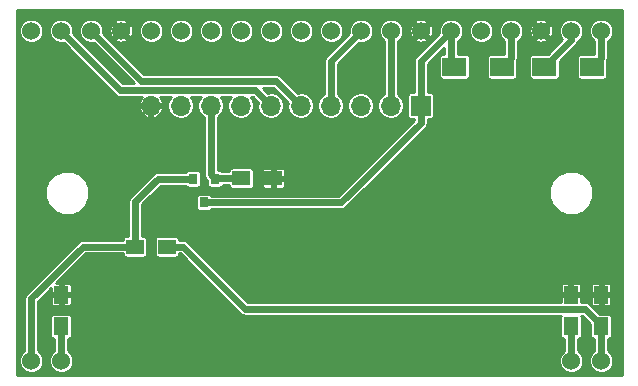
<source format=gbr>
G04 #@! TF.FileFunction,Copper,L1,Top,Signal*
%FSLAX46Y46*%
G04 Gerber Fmt 4.6, Leading zero omitted, Abs format (unit mm)*
G04 Created by KiCad (PCBNEW 4.0.7) date 01/27/18 17:50:34*
%MOMM*%
%LPD*%
G01*
G04 APERTURE LIST*
%ADD10C,0.076200*%
%ADD11R,2.000000X1.600000*%
%ADD12C,1.524000*%
%ADD13R,0.800000X0.900000*%
%ADD14R,1.300000X1.500000*%
%ADD15R,1.500000X1.300000*%
%ADD16R,1.700000X1.700000*%
%ADD17O,1.700000X1.700000*%
%ADD18C,0.609600*%
%ADD19C,0.304800*%
%ADD20C,0.254000*%
G04 APERTURE END LIST*
D10*
D11*
X197326000Y-75184000D03*
X193326000Y-75184000D03*
X185706000Y-75184000D03*
X189706000Y-75184000D03*
D12*
X149860000Y-100076000D03*
X152400000Y-100076000D03*
X195580000Y-100076000D03*
X198120000Y-100076000D03*
X198120000Y-72136000D03*
X195580000Y-72136000D03*
X193040000Y-72136000D03*
X190500000Y-72136000D03*
X187960000Y-72136000D03*
X185420000Y-72136000D03*
X182880000Y-72136000D03*
X180340000Y-72136000D03*
X177800000Y-72136000D03*
X175260000Y-72136000D03*
X172720000Y-72136000D03*
X170180000Y-72136000D03*
X167640000Y-72136000D03*
X165100000Y-72136000D03*
X162560000Y-72136000D03*
X160020000Y-72136000D03*
X157480000Y-72136000D03*
X154940000Y-72136000D03*
X152400000Y-72136000D03*
X149860000Y-72136000D03*
D13*
X165453100Y-84664800D03*
X163553100Y-84664800D03*
X164503100Y-86664800D03*
D14*
X198120000Y-94458800D03*
X198120000Y-97158800D03*
X195567300Y-94458800D03*
X195567300Y-97158800D03*
X152412700Y-94458800D03*
X152412700Y-97158800D03*
D15*
X161370000Y-90398600D03*
X158670000Y-90398600D03*
X170361600Y-84620100D03*
X167661600Y-84620100D03*
D16*
X182854600Y-78460600D03*
D17*
X180314600Y-78460600D03*
X177774600Y-78460600D03*
X175234600Y-78460600D03*
X172694600Y-78460600D03*
X170154600Y-78460600D03*
X167614600Y-78460600D03*
X165074600Y-78460600D03*
X162534600Y-78460600D03*
X159994600Y-78460600D03*
D18*
X198120000Y-72136000D02*
X198120000Y-74390000D01*
X198120000Y-74390000D02*
X197326000Y-75184000D01*
X195580000Y-72136000D02*
X195580000Y-72930000D01*
X195580000Y-72930000D02*
X193326000Y-75184000D01*
X164503100Y-86664800D02*
X176110000Y-86664800D01*
X176110000Y-86664800D02*
X182854600Y-79920200D01*
X182854600Y-79920200D02*
X182854600Y-78460600D01*
X185420000Y-72136000D02*
X182854600Y-74701400D01*
X182854600Y-74701400D02*
X182854600Y-78460600D01*
X185420000Y-72136000D02*
X185420000Y-74898000D01*
X185420000Y-74898000D02*
X185706000Y-75184000D01*
X190500000Y-72136000D02*
X190500000Y-74390000D01*
X190500000Y-74390000D02*
X189706000Y-75184000D01*
X180340000Y-72136000D02*
X180340000Y-78435200D01*
X180340000Y-78435200D02*
X180314600Y-78460600D01*
X177800000Y-72136000D02*
X175260000Y-74676000D01*
X175260000Y-74676000D02*
X175260000Y-78486000D01*
X170154600Y-78460600D02*
X168847399Y-77153399D01*
X168847399Y-77153399D02*
X157417399Y-77153399D01*
X157417399Y-77153399D02*
X153161999Y-72897999D01*
X153161999Y-72897999D02*
X152400000Y-72136000D01*
X172694600Y-78460600D02*
X170611800Y-76377800D01*
X170611800Y-76377800D02*
X159181800Y-76377800D01*
X159181800Y-76377800D02*
X155701999Y-72897999D01*
X155701999Y-72897999D02*
X154940000Y-72136000D01*
X160584900Y-84664800D02*
X163553100Y-84664800D01*
X158673800Y-86575900D02*
X160584900Y-84664800D01*
X158673800Y-89135200D02*
X158673800Y-86575900D01*
X158670000Y-90398600D02*
X158670000Y-89139000D01*
X158670000Y-89139000D02*
X158673800Y-89135200D01*
X149860000Y-100076000D02*
X149860000Y-94788538D01*
X149860000Y-94788538D02*
X154249938Y-90398600D01*
X154249938Y-90398600D02*
X157310400Y-90398600D01*
X157310400Y-90398600D02*
X158670000Y-90398600D01*
X198120000Y-97158800D02*
X198120000Y-97058800D01*
X198120000Y-97058800D02*
X196727201Y-95666001D01*
X196727201Y-95666001D02*
X167997001Y-95666001D01*
X167997001Y-95666001D02*
X162729600Y-90398600D01*
X162729600Y-90398600D02*
X161370000Y-90398600D01*
X198120000Y-97158800D02*
X198120000Y-100076000D01*
X161243000Y-90525600D02*
X161370000Y-90398600D01*
X195567300Y-97158800D02*
X195567300Y-100063300D01*
X195567300Y-100063300D02*
X195580000Y-100076000D01*
X152400000Y-100076000D02*
X152400000Y-97171500D01*
X152400000Y-97171500D02*
X152412700Y-97158800D01*
X167661600Y-84620100D02*
X165497800Y-84620100D01*
X165074600Y-78460600D02*
X165074600Y-84286300D01*
X165074600Y-84286300D02*
X165453100Y-84664800D01*
D19*
X167661600Y-84620100D02*
X168244206Y-84620100D01*
D18*
X165497800Y-84620100D02*
X165453100Y-84664800D01*
D20*
G36*
X199848400Y-101296400D02*
X148639600Y-101296400D01*
X148639600Y-100282238D01*
X148818420Y-100282238D01*
X148976629Y-100665135D01*
X149269324Y-100958341D01*
X149651944Y-101117219D01*
X150066238Y-101117580D01*
X150449135Y-100959371D01*
X150742341Y-100666676D01*
X150901219Y-100284056D01*
X150901220Y-100282238D01*
X151358420Y-100282238D01*
X151516629Y-100665135D01*
X151809324Y-100958341D01*
X152191944Y-101117219D01*
X152606238Y-101117580D01*
X152989135Y-100959371D01*
X153282341Y-100666676D01*
X153441219Y-100284056D01*
X153441580Y-99869762D01*
X153283371Y-99486865D01*
X152990676Y-99193659D01*
X152984200Y-99190970D01*
X152984200Y-98193673D01*
X153062700Y-98193673D01*
X153166239Y-98174191D01*
X153261334Y-98112999D01*
X153325129Y-98019632D01*
X153347573Y-97908800D01*
X153347573Y-96408800D01*
X153328091Y-96305261D01*
X153266899Y-96210166D01*
X153173532Y-96146371D01*
X153062700Y-96123927D01*
X151762700Y-96123927D01*
X151659161Y-96143409D01*
X151564066Y-96204601D01*
X151500271Y-96297968D01*
X151477827Y-96408800D01*
X151477827Y-97908800D01*
X151497309Y-98012339D01*
X151558501Y-98107434D01*
X151651868Y-98171229D01*
X151762700Y-98193673D01*
X151815800Y-98193673D01*
X151815800Y-99190590D01*
X151810865Y-99192629D01*
X151517659Y-99485324D01*
X151358781Y-99867944D01*
X151358420Y-100282238D01*
X150901220Y-100282238D01*
X150901580Y-99869762D01*
X150743371Y-99486865D01*
X150450676Y-99193659D01*
X150444200Y-99190970D01*
X150444200Y-95030522D01*
X150831772Y-94642950D01*
X151534100Y-94642950D01*
X151534100Y-95254271D01*
X151568902Y-95338291D01*
X151633208Y-95402597D01*
X151717228Y-95437400D01*
X152228550Y-95437400D01*
X152285700Y-95380250D01*
X152285700Y-94585800D01*
X152539700Y-94585800D01*
X152539700Y-95380250D01*
X152596850Y-95437400D01*
X153108172Y-95437400D01*
X153192192Y-95402597D01*
X153256498Y-95338291D01*
X153291300Y-95254271D01*
X153291300Y-94642950D01*
X153234150Y-94585800D01*
X152539700Y-94585800D01*
X152285700Y-94585800D01*
X151591250Y-94585800D01*
X151534100Y-94642950D01*
X150831772Y-94642950D01*
X151534100Y-93940622D01*
X151534100Y-94274650D01*
X151591250Y-94331800D01*
X152285700Y-94331800D01*
X152285700Y-93537350D01*
X152539700Y-93537350D01*
X152539700Y-94331800D01*
X153234150Y-94331800D01*
X153291300Y-94274650D01*
X153291300Y-93663329D01*
X153256498Y-93579309D01*
X153192192Y-93515003D01*
X153108172Y-93480200D01*
X152596850Y-93480200D01*
X152539700Y-93537350D01*
X152285700Y-93537350D01*
X152228550Y-93480200D01*
X151994522Y-93480200D01*
X154491922Y-90982800D01*
X157635127Y-90982800D01*
X157635127Y-91048600D01*
X157654609Y-91152139D01*
X157715801Y-91247234D01*
X157809168Y-91311029D01*
X157920000Y-91333473D01*
X159420000Y-91333473D01*
X159523539Y-91313991D01*
X159618634Y-91252799D01*
X159682429Y-91159432D01*
X159704873Y-91048600D01*
X159704873Y-89748600D01*
X160335127Y-89748600D01*
X160335127Y-91048600D01*
X160354609Y-91152139D01*
X160415801Y-91247234D01*
X160509168Y-91311029D01*
X160620000Y-91333473D01*
X162120000Y-91333473D01*
X162223539Y-91313991D01*
X162318634Y-91252799D01*
X162382429Y-91159432D01*
X162404873Y-91048600D01*
X162404873Y-90982800D01*
X162487616Y-90982800D01*
X167583909Y-96079093D01*
X167773437Y-96205731D01*
X167997001Y-96250201D01*
X194687509Y-96250201D01*
X194654871Y-96297968D01*
X194632427Y-96408800D01*
X194632427Y-97908800D01*
X194651909Y-98012339D01*
X194713101Y-98107434D01*
X194806468Y-98171229D01*
X194917300Y-98193673D01*
X194983100Y-98193673D01*
X194983100Y-99200380D01*
X194697659Y-99485324D01*
X194538781Y-99867944D01*
X194538420Y-100282238D01*
X194696629Y-100665135D01*
X194989324Y-100958341D01*
X195371944Y-101117219D01*
X195786238Y-101117580D01*
X196169135Y-100959371D01*
X196462341Y-100666676D01*
X196621219Y-100284056D01*
X196621580Y-99869762D01*
X196463371Y-99486865D01*
X196170676Y-99193659D01*
X196151500Y-99185696D01*
X196151500Y-98193673D01*
X196217300Y-98193673D01*
X196320839Y-98174191D01*
X196415934Y-98112999D01*
X196479729Y-98019632D01*
X196502173Y-97908800D01*
X196502173Y-96408800D01*
X196482691Y-96305261D01*
X196447261Y-96250201D01*
X196485217Y-96250201D01*
X197185127Y-96950111D01*
X197185127Y-97908800D01*
X197204609Y-98012339D01*
X197265801Y-98107434D01*
X197359168Y-98171229D01*
X197470000Y-98193673D01*
X197535800Y-98193673D01*
X197535800Y-99190590D01*
X197530865Y-99192629D01*
X197237659Y-99485324D01*
X197078781Y-99867944D01*
X197078420Y-100282238D01*
X197236629Y-100665135D01*
X197529324Y-100958341D01*
X197911944Y-101117219D01*
X198326238Y-101117580D01*
X198709135Y-100959371D01*
X199002341Y-100666676D01*
X199161219Y-100284056D01*
X199161580Y-99869762D01*
X199003371Y-99486865D01*
X198710676Y-99193659D01*
X198704200Y-99190970D01*
X198704200Y-98193673D01*
X198770000Y-98193673D01*
X198873539Y-98174191D01*
X198968634Y-98112999D01*
X199032429Y-98019632D01*
X199054873Y-97908800D01*
X199054873Y-96408800D01*
X199035391Y-96305261D01*
X198974199Y-96210166D01*
X198880832Y-96146371D01*
X198770000Y-96123927D01*
X198011311Y-96123927D01*
X197140293Y-95252909D01*
X197063548Y-95201630D01*
X196950765Y-95126271D01*
X196727201Y-95081801D01*
X196445900Y-95081801D01*
X196445900Y-94642950D01*
X197241400Y-94642950D01*
X197241400Y-95254271D01*
X197276202Y-95338291D01*
X197340508Y-95402597D01*
X197424528Y-95437400D01*
X197935850Y-95437400D01*
X197993000Y-95380250D01*
X197993000Y-94585800D01*
X198247000Y-94585800D01*
X198247000Y-95380250D01*
X198304150Y-95437400D01*
X198815472Y-95437400D01*
X198899492Y-95402597D01*
X198963798Y-95338291D01*
X198998600Y-95254271D01*
X198998600Y-94642950D01*
X198941450Y-94585800D01*
X198247000Y-94585800D01*
X197993000Y-94585800D01*
X197298550Y-94585800D01*
X197241400Y-94642950D01*
X196445900Y-94642950D01*
X196388750Y-94585800D01*
X195694300Y-94585800D01*
X195694300Y-94605800D01*
X195440300Y-94605800D01*
X195440300Y-94585800D01*
X194745850Y-94585800D01*
X194688700Y-94642950D01*
X194688700Y-95081801D01*
X168238985Y-95081801D01*
X166820513Y-93663329D01*
X194688700Y-93663329D01*
X194688700Y-94274650D01*
X194745850Y-94331800D01*
X195440300Y-94331800D01*
X195440300Y-93537350D01*
X195694300Y-93537350D01*
X195694300Y-94331800D01*
X196388750Y-94331800D01*
X196445900Y-94274650D01*
X196445900Y-93663329D01*
X197241400Y-93663329D01*
X197241400Y-94274650D01*
X197298550Y-94331800D01*
X197993000Y-94331800D01*
X197993000Y-93537350D01*
X198247000Y-93537350D01*
X198247000Y-94331800D01*
X198941450Y-94331800D01*
X198998600Y-94274650D01*
X198998600Y-93663329D01*
X198963798Y-93579309D01*
X198899492Y-93515003D01*
X198815472Y-93480200D01*
X198304150Y-93480200D01*
X198247000Y-93537350D01*
X197993000Y-93537350D01*
X197935850Y-93480200D01*
X197424528Y-93480200D01*
X197340508Y-93515003D01*
X197276202Y-93579309D01*
X197241400Y-93663329D01*
X196445900Y-93663329D01*
X196411098Y-93579309D01*
X196346792Y-93515003D01*
X196262772Y-93480200D01*
X195751450Y-93480200D01*
X195694300Y-93537350D01*
X195440300Y-93537350D01*
X195383150Y-93480200D01*
X194871828Y-93480200D01*
X194787808Y-93515003D01*
X194723502Y-93579309D01*
X194688700Y-93663329D01*
X166820513Y-93663329D01*
X163142692Y-89985508D01*
X162953164Y-89858870D01*
X162729600Y-89814400D01*
X162404873Y-89814400D01*
X162404873Y-89748600D01*
X162385391Y-89645061D01*
X162324199Y-89549966D01*
X162230832Y-89486171D01*
X162120000Y-89463727D01*
X160620000Y-89463727D01*
X160516461Y-89483209D01*
X160421366Y-89544401D01*
X160357571Y-89637768D01*
X160335127Y-89748600D01*
X159704873Y-89748600D01*
X159685391Y-89645061D01*
X159624199Y-89549966D01*
X159530832Y-89486171D01*
X159420000Y-89463727D01*
X159254200Y-89463727D01*
X159254200Y-89154304D01*
X159258000Y-89135200D01*
X159258000Y-86817884D01*
X159861083Y-86214800D01*
X163818227Y-86214800D01*
X163818227Y-87114800D01*
X163837709Y-87218339D01*
X163898901Y-87313434D01*
X163992268Y-87377229D01*
X164103100Y-87399673D01*
X164903100Y-87399673D01*
X165006639Y-87380191D01*
X165101734Y-87318999D01*
X165149562Y-87249000D01*
X176110000Y-87249000D01*
X176333564Y-87204530D01*
X176523092Y-87077892D01*
X177376788Y-86224196D01*
X193700274Y-86224196D01*
X193985793Y-86915204D01*
X194514015Y-87444349D01*
X195204524Y-87731073D01*
X195952196Y-87731726D01*
X196643204Y-87446207D01*
X197172349Y-86917985D01*
X197459073Y-86227476D01*
X197459726Y-85479804D01*
X197174207Y-84788796D01*
X196645985Y-84259651D01*
X195955476Y-83972927D01*
X195207804Y-83972274D01*
X194516796Y-84257793D01*
X193987651Y-84786015D01*
X193700927Y-85476524D01*
X193700274Y-86224196D01*
X177376788Y-86224196D01*
X183267692Y-80333292D01*
X183394331Y-80143763D01*
X183438800Y-79920200D01*
X183438800Y-79595473D01*
X183704600Y-79595473D01*
X183808139Y-79575991D01*
X183903234Y-79514799D01*
X183967029Y-79421432D01*
X183989473Y-79310600D01*
X183989473Y-77610600D01*
X183969991Y-77507061D01*
X183908799Y-77411966D01*
X183815432Y-77348171D01*
X183704600Y-77325727D01*
X183438800Y-77325727D01*
X183438800Y-74943384D01*
X184835800Y-73546383D01*
X184835800Y-74099127D01*
X184706000Y-74099127D01*
X184602461Y-74118609D01*
X184507366Y-74179801D01*
X184443571Y-74273168D01*
X184421127Y-74384000D01*
X184421127Y-75984000D01*
X184440609Y-76087539D01*
X184501801Y-76182634D01*
X184595168Y-76246429D01*
X184706000Y-76268873D01*
X186706000Y-76268873D01*
X186809539Y-76249391D01*
X186904634Y-76188199D01*
X186968429Y-76094832D01*
X186990873Y-75984000D01*
X186990873Y-74384000D01*
X188421127Y-74384000D01*
X188421127Y-75984000D01*
X188440609Y-76087539D01*
X188501801Y-76182634D01*
X188595168Y-76246429D01*
X188706000Y-76268873D01*
X190706000Y-76268873D01*
X190809539Y-76249391D01*
X190904634Y-76188199D01*
X190968429Y-76094832D01*
X190990873Y-75984000D01*
X190990873Y-74686684D01*
X191039730Y-74613564D01*
X191039731Y-74613563D01*
X191084201Y-74390000D01*
X191084200Y-74389995D01*
X191084200Y-74384000D01*
X192041127Y-74384000D01*
X192041127Y-75984000D01*
X192060609Y-76087539D01*
X192121801Y-76182634D01*
X192215168Y-76246429D01*
X192326000Y-76268873D01*
X194326000Y-76268873D01*
X194429539Y-76249391D01*
X194524634Y-76188199D01*
X194588429Y-76094832D01*
X194610873Y-75984000D01*
X194610873Y-74725311D01*
X194952184Y-74384000D01*
X196041127Y-74384000D01*
X196041127Y-75984000D01*
X196060609Y-76087539D01*
X196121801Y-76182634D01*
X196215168Y-76246429D01*
X196326000Y-76268873D01*
X198326000Y-76268873D01*
X198429539Y-76249391D01*
X198524634Y-76188199D01*
X198588429Y-76094832D01*
X198610873Y-75984000D01*
X198610873Y-74686684D01*
X198659730Y-74613564D01*
X198659731Y-74613563D01*
X198704201Y-74390000D01*
X198704200Y-74389995D01*
X198704200Y-73021410D01*
X198709135Y-73019371D01*
X199002341Y-72726676D01*
X199161219Y-72344056D01*
X199161580Y-71929762D01*
X199003371Y-71546865D01*
X198710676Y-71253659D01*
X198328056Y-71094781D01*
X197913762Y-71094420D01*
X197530865Y-71252629D01*
X197237659Y-71545324D01*
X197078781Y-71927944D01*
X197078420Y-72342238D01*
X197236629Y-72725135D01*
X197529324Y-73018341D01*
X197535800Y-73021030D01*
X197535800Y-74099127D01*
X196326000Y-74099127D01*
X196222461Y-74118609D01*
X196127366Y-74179801D01*
X196063571Y-74273168D01*
X196041127Y-74384000D01*
X194952184Y-74384000D01*
X195993092Y-73343092D01*
X196103924Y-73177219D01*
X196119730Y-73153564D01*
X196144389Y-73029596D01*
X196169135Y-73019371D01*
X196462341Y-72726676D01*
X196621219Y-72344056D01*
X196621580Y-71929762D01*
X196463371Y-71546865D01*
X196170676Y-71253659D01*
X195788056Y-71094781D01*
X195373762Y-71094420D01*
X194990865Y-71252629D01*
X194697659Y-71545324D01*
X194538781Y-71927944D01*
X194538420Y-72342238D01*
X194696629Y-72725135D01*
X194827541Y-72856275D01*
X193584689Y-74099127D01*
X192326000Y-74099127D01*
X192222461Y-74118609D01*
X192127366Y-74179801D01*
X192063571Y-74273168D01*
X192041127Y-74384000D01*
X191084200Y-74384000D01*
X191084200Y-73021410D01*
X191089135Y-73019371D01*
X191215162Y-72893563D01*
X192462042Y-72893563D01*
X192553789Y-73021276D01*
X192929580Y-73139954D01*
X193322182Y-73105788D01*
X193526211Y-73021276D01*
X193617958Y-72893563D01*
X193040000Y-72315605D01*
X192462042Y-72893563D01*
X191215162Y-72893563D01*
X191382341Y-72726676D01*
X191541219Y-72344056D01*
X191541496Y-72025580D01*
X192036046Y-72025580D01*
X192070212Y-72418182D01*
X192154724Y-72622211D01*
X192282437Y-72713958D01*
X192860395Y-72136000D01*
X193219605Y-72136000D01*
X193797563Y-72713958D01*
X193925276Y-72622211D01*
X194043954Y-72246420D01*
X194009788Y-71853818D01*
X193925276Y-71649789D01*
X193797563Y-71558042D01*
X193219605Y-72136000D01*
X192860395Y-72136000D01*
X192282437Y-71558042D01*
X192154724Y-71649789D01*
X192036046Y-72025580D01*
X191541496Y-72025580D01*
X191541580Y-71929762D01*
X191383371Y-71546865D01*
X191215237Y-71378437D01*
X192462042Y-71378437D01*
X193040000Y-71956395D01*
X193617958Y-71378437D01*
X193526211Y-71250724D01*
X193150420Y-71132046D01*
X192757818Y-71166212D01*
X192553789Y-71250724D01*
X192462042Y-71378437D01*
X191215237Y-71378437D01*
X191090676Y-71253659D01*
X190708056Y-71094781D01*
X190293762Y-71094420D01*
X189910865Y-71252629D01*
X189617659Y-71545324D01*
X189458781Y-71927944D01*
X189458420Y-72342238D01*
X189616629Y-72725135D01*
X189909324Y-73018341D01*
X189915800Y-73021030D01*
X189915800Y-74099127D01*
X188706000Y-74099127D01*
X188602461Y-74118609D01*
X188507366Y-74179801D01*
X188443571Y-74273168D01*
X188421127Y-74384000D01*
X186990873Y-74384000D01*
X186971391Y-74280461D01*
X186910199Y-74185366D01*
X186816832Y-74121571D01*
X186706000Y-74099127D01*
X186004200Y-74099127D01*
X186004200Y-73021410D01*
X186009135Y-73019371D01*
X186302341Y-72726676D01*
X186461219Y-72344056D01*
X186461220Y-72342238D01*
X186918420Y-72342238D01*
X187076629Y-72725135D01*
X187369324Y-73018341D01*
X187751944Y-73177219D01*
X188166238Y-73177580D01*
X188549135Y-73019371D01*
X188842341Y-72726676D01*
X189001219Y-72344056D01*
X189001580Y-71929762D01*
X188843371Y-71546865D01*
X188550676Y-71253659D01*
X188168056Y-71094781D01*
X187753762Y-71094420D01*
X187370865Y-71252629D01*
X187077659Y-71545324D01*
X186918781Y-71927944D01*
X186918420Y-72342238D01*
X186461220Y-72342238D01*
X186461580Y-71929762D01*
X186303371Y-71546865D01*
X186010676Y-71253659D01*
X185628056Y-71094781D01*
X185213762Y-71094420D01*
X184830865Y-71252629D01*
X184537659Y-71545324D01*
X184378781Y-71927944D01*
X184378420Y-72342238D01*
X184381098Y-72348719D01*
X182441508Y-74288308D01*
X182314870Y-74477836D01*
X182270400Y-74701400D01*
X182270400Y-77325727D01*
X182004600Y-77325727D01*
X181901061Y-77345209D01*
X181805966Y-77406401D01*
X181742171Y-77499768D01*
X181719727Y-77610600D01*
X181719727Y-79310600D01*
X181739209Y-79414139D01*
X181800401Y-79509234D01*
X181893768Y-79573029D01*
X182004600Y-79595473D01*
X182270400Y-79595473D01*
X182270400Y-79678216D01*
X175868016Y-86080600D01*
X165148761Y-86080600D01*
X165107299Y-86016166D01*
X165013932Y-85952371D01*
X164903100Y-85929927D01*
X164103100Y-85929927D01*
X163999561Y-85949409D01*
X163904466Y-86010601D01*
X163840671Y-86103968D01*
X163818227Y-86214800D01*
X159861083Y-86214800D01*
X160826883Y-85249000D01*
X162907439Y-85249000D01*
X162948901Y-85313434D01*
X163042268Y-85377229D01*
X163153100Y-85399673D01*
X163953100Y-85399673D01*
X164056639Y-85380191D01*
X164151734Y-85318999D01*
X164215529Y-85225632D01*
X164237973Y-85114800D01*
X164237973Y-84214800D01*
X164218491Y-84111261D01*
X164157299Y-84016166D01*
X164063932Y-83952371D01*
X163953100Y-83929927D01*
X163153100Y-83929927D01*
X163049561Y-83949409D01*
X162954466Y-84010601D01*
X162906638Y-84080600D01*
X160584905Y-84080600D01*
X160584900Y-84080599D01*
X160361337Y-84125069D01*
X160361335Y-84125070D01*
X160361336Y-84125070D01*
X160171808Y-84251708D01*
X160171806Y-84251711D01*
X158260708Y-86162808D01*
X158134070Y-86352336D01*
X158089600Y-86575900D01*
X158089600Y-89119896D01*
X158085800Y-89139000D01*
X158085800Y-89463727D01*
X157920000Y-89463727D01*
X157816461Y-89483209D01*
X157721366Y-89544401D01*
X157657571Y-89637768D01*
X157635127Y-89748600D01*
X157635127Y-89814400D01*
X154249938Y-89814400D01*
X154026374Y-89858870D01*
X153836846Y-89985508D01*
X149446908Y-94375446D01*
X149320270Y-94564974D01*
X149275800Y-94788538D01*
X149275800Y-99190590D01*
X149270865Y-99192629D01*
X148977659Y-99485324D01*
X148818781Y-99867944D01*
X148818420Y-100282238D01*
X148639600Y-100282238D01*
X148639600Y-86224196D01*
X151028274Y-86224196D01*
X151313793Y-86915204D01*
X151842015Y-87444349D01*
X152532524Y-87731073D01*
X153280196Y-87731726D01*
X153971204Y-87446207D01*
X154500349Y-86917985D01*
X154787073Y-86227476D01*
X154787726Y-85479804D01*
X154502207Y-84788796D01*
X153973985Y-84259651D01*
X153283476Y-83972927D01*
X152535804Y-83972274D01*
X151844796Y-84257793D01*
X151315651Y-84786015D01*
X151028927Y-85476524D01*
X151028274Y-86224196D01*
X148639600Y-86224196D01*
X148639600Y-78753595D01*
X158956544Y-78753595D01*
X159147686Y-79128539D01*
X159467763Y-79401795D01*
X159701607Y-79498643D01*
X159867600Y-79474124D01*
X159867600Y-78587600D01*
X160121600Y-78587600D01*
X160121600Y-79474124D01*
X160287593Y-79498643D01*
X160521437Y-79401795D01*
X160841514Y-79128539D01*
X161032656Y-78753595D01*
X161008560Y-78587600D01*
X160121600Y-78587600D01*
X159867600Y-78587600D01*
X158980640Y-78587600D01*
X158956544Y-78753595D01*
X148639600Y-78753595D01*
X148639600Y-72342238D01*
X148818420Y-72342238D01*
X148976629Y-72725135D01*
X149269324Y-73018341D01*
X149651944Y-73177219D01*
X150066238Y-73177580D01*
X150449135Y-73019371D01*
X150742341Y-72726676D01*
X150901219Y-72344056D01*
X150901220Y-72342238D01*
X151358420Y-72342238D01*
X151516629Y-72725135D01*
X151809324Y-73018341D01*
X152191944Y-73177219D01*
X152606238Y-73177580D01*
X152612718Y-73174902D01*
X157004307Y-77566491D01*
X157193835Y-77693129D01*
X157417399Y-77737599D01*
X159212183Y-77737599D01*
X159147686Y-77792661D01*
X158956544Y-78167605D01*
X158980640Y-78333600D01*
X159867600Y-78333600D01*
X159867600Y-78313600D01*
X160121600Y-78313600D01*
X160121600Y-78333600D01*
X161008560Y-78333600D01*
X161032656Y-78167605D01*
X160841514Y-77792661D01*
X160777017Y-77737599D01*
X161670692Y-77737599D01*
X161491170Y-78006271D01*
X161405200Y-78438474D01*
X161405200Y-78482726D01*
X161491170Y-78914929D01*
X161735994Y-79281332D01*
X162102397Y-79526156D01*
X162534600Y-79612126D01*
X162966803Y-79526156D01*
X163333206Y-79281332D01*
X163578030Y-78914929D01*
X163664000Y-78482726D01*
X163664000Y-78438474D01*
X163578030Y-78006271D01*
X163398508Y-77737599D01*
X164210692Y-77737599D01*
X164031170Y-78006271D01*
X163945200Y-78438474D01*
X163945200Y-78482726D01*
X164031170Y-78914929D01*
X164275994Y-79281332D01*
X164490400Y-79424594D01*
X164490400Y-84286300D01*
X164534870Y-84509864D01*
X164661508Y-84699392D01*
X164768227Y-84806111D01*
X164768227Y-85114800D01*
X164787709Y-85218339D01*
X164848901Y-85313434D01*
X164942268Y-85377229D01*
X165053100Y-85399673D01*
X165853100Y-85399673D01*
X165956639Y-85380191D01*
X166051734Y-85318999D01*
X166115529Y-85225632D01*
X166119849Y-85204300D01*
X166626727Y-85204300D01*
X166626727Y-85270100D01*
X166646209Y-85373639D01*
X166707401Y-85468734D01*
X166800768Y-85532529D01*
X166911600Y-85554973D01*
X168411600Y-85554973D01*
X168515139Y-85535491D01*
X168610234Y-85474299D01*
X168674029Y-85380932D01*
X168696473Y-85270100D01*
X168696473Y-84804250D01*
X169383000Y-84804250D01*
X169383000Y-85315572D01*
X169417803Y-85399592D01*
X169482109Y-85463898D01*
X169566129Y-85498700D01*
X170177450Y-85498700D01*
X170234600Y-85441550D01*
X170234600Y-84747100D01*
X170488600Y-84747100D01*
X170488600Y-85441550D01*
X170545750Y-85498700D01*
X171157071Y-85498700D01*
X171241091Y-85463898D01*
X171305397Y-85399592D01*
X171340200Y-85315572D01*
X171340200Y-84804250D01*
X171283050Y-84747100D01*
X170488600Y-84747100D01*
X170234600Y-84747100D01*
X169440150Y-84747100D01*
X169383000Y-84804250D01*
X168696473Y-84804250D01*
X168696473Y-83970100D01*
X168687917Y-83924628D01*
X169383000Y-83924628D01*
X169383000Y-84435950D01*
X169440150Y-84493100D01*
X170234600Y-84493100D01*
X170234600Y-83798650D01*
X170488600Y-83798650D01*
X170488600Y-84493100D01*
X171283050Y-84493100D01*
X171340200Y-84435950D01*
X171340200Y-83924628D01*
X171305397Y-83840608D01*
X171241091Y-83776302D01*
X171157071Y-83741500D01*
X170545750Y-83741500D01*
X170488600Y-83798650D01*
X170234600Y-83798650D01*
X170177450Y-83741500D01*
X169566129Y-83741500D01*
X169482109Y-83776302D01*
X169417803Y-83840608D01*
X169383000Y-83924628D01*
X168687917Y-83924628D01*
X168676991Y-83866561D01*
X168615799Y-83771466D01*
X168522432Y-83707671D01*
X168411600Y-83685227D01*
X166911600Y-83685227D01*
X166808061Y-83704709D01*
X166712966Y-83765901D01*
X166649171Y-83859268D01*
X166626727Y-83970100D01*
X166626727Y-84035900D01*
X166069997Y-84035900D01*
X166057299Y-84016166D01*
X165963932Y-83952371D01*
X165853100Y-83929927D01*
X165658800Y-83929927D01*
X165658800Y-79424594D01*
X165873206Y-79281332D01*
X166118030Y-78914929D01*
X166204000Y-78482726D01*
X166204000Y-78438474D01*
X166118030Y-78006271D01*
X165938508Y-77737599D01*
X166750692Y-77737599D01*
X166571170Y-78006271D01*
X166485200Y-78438474D01*
X166485200Y-78482726D01*
X166571170Y-78914929D01*
X166815994Y-79281332D01*
X167182397Y-79526156D01*
X167614600Y-79612126D01*
X168046803Y-79526156D01*
X168413206Y-79281332D01*
X168658030Y-78914929D01*
X168744000Y-78482726D01*
X168744000Y-78438474D01*
X168658030Y-78006271D01*
X168478508Y-77737599D01*
X168605415Y-77737599D01*
X169071836Y-78204020D01*
X169025200Y-78438474D01*
X169025200Y-78482726D01*
X169111170Y-78914929D01*
X169355994Y-79281332D01*
X169722397Y-79526156D01*
X170154600Y-79612126D01*
X170586803Y-79526156D01*
X170953206Y-79281332D01*
X171198030Y-78914929D01*
X171284000Y-78482726D01*
X171284000Y-78438474D01*
X171198030Y-78006271D01*
X170953206Y-77639868D01*
X170586803Y-77395044D01*
X170154600Y-77309074D01*
X169883235Y-77363051D01*
X169482184Y-76962000D01*
X170369816Y-76962000D01*
X171611836Y-78204020D01*
X171565200Y-78438474D01*
X171565200Y-78482726D01*
X171651170Y-78914929D01*
X171895994Y-79281332D01*
X172262397Y-79526156D01*
X172694600Y-79612126D01*
X173126803Y-79526156D01*
X173493206Y-79281332D01*
X173738030Y-78914929D01*
X173824000Y-78482726D01*
X173824000Y-78438474D01*
X174105200Y-78438474D01*
X174105200Y-78482726D01*
X174191170Y-78914929D01*
X174435994Y-79281332D01*
X174802397Y-79526156D01*
X175234600Y-79612126D01*
X175666803Y-79526156D01*
X176033206Y-79281332D01*
X176278030Y-78914929D01*
X176364000Y-78482726D01*
X176364000Y-78438474D01*
X176645200Y-78438474D01*
X176645200Y-78482726D01*
X176731170Y-78914929D01*
X176975994Y-79281332D01*
X177342397Y-79526156D01*
X177774600Y-79612126D01*
X178206803Y-79526156D01*
X178573206Y-79281332D01*
X178818030Y-78914929D01*
X178904000Y-78482726D01*
X178904000Y-78438474D01*
X179185200Y-78438474D01*
X179185200Y-78482726D01*
X179271170Y-78914929D01*
X179515994Y-79281332D01*
X179882397Y-79526156D01*
X180314600Y-79612126D01*
X180746803Y-79526156D01*
X181113206Y-79281332D01*
X181358030Y-78914929D01*
X181444000Y-78482726D01*
X181444000Y-78438474D01*
X181358030Y-78006271D01*
X181113206Y-77639868D01*
X180924200Y-77513578D01*
X180924200Y-73021410D01*
X180929135Y-73019371D01*
X181055162Y-72893563D01*
X182302042Y-72893563D01*
X182393789Y-73021276D01*
X182769580Y-73139954D01*
X183162182Y-73105788D01*
X183366211Y-73021276D01*
X183457958Y-72893563D01*
X182880000Y-72315605D01*
X182302042Y-72893563D01*
X181055162Y-72893563D01*
X181222341Y-72726676D01*
X181381219Y-72344056D01*
X181381496Y-72025580D01*
X181876046Y-72025580D01*
X181910212Y-72418182D01*
X181994724Y-72622211D01*
X182122437Y-72713958D01*
X182700395Y-72136000D01*
X183059605Y-72136000D01*
X183637563Y-72713958D01*
X183765276Y-72622211D01*
X183883954Y-72246420D01*
X183849788Y-71853818D01*
X183765276Y-71649789D01*
X183637563Y-71558042D01*
X183059605Y-72136000D01*
X182700395Y-72136000D01*
X182122437Y-71558042D01*
X181994724Y-71649789D01*
X181876046Y-72025580D01*
X181381496Y-72025580D01*
X181381580Y-71929762D01*
X181223371Y-71546865D01*
X181055237Y-71378437D01*
X182302042Y-71378437D01*
X182880000Y-71956395D01*
X183457958Y-71378437D01*
X183366211Y-71250724D01*
X182990420Y-71132046D01*
X182597818Y-71166212D01*
X182393789Y-71250724D01*
X182302042Y-71378437D01*
X181055237Y-71378437D01*
X180930676Y-71253659D01*
X180548056Y-71094781D01*
X180133762Y-71094420D01*
X179750865Y-71252629D01*
X179457659Y-71545324D01*
X179298781Y-71927944D01*
X179298420Y-72342238D01*
X179456629Y-72725135D01*
X179749324Y-73018341D01*
X179755800Y-73021030D01*
X179755800Y-77479634D01*
X179515994Y-77639868D01*
X179271170Y-78006271D01*
X179185200Y-78438474D01*
X178904000Y-78438474D01*
X178818030Y-78006271D01*
X178573206Y-77639868D01*
X178206803Y-77395044D01*
X177774600Y-77309074D01*
X177342397Y-77395044D01*
X176975994Y-77639868D01*
X176731170Y-78006271D01*
X176645200Y-78438474D01*
X176364000Y-78438474D01*
X176278030Y-78006271D01*
X176033206Y-77639868D01*
X175844200Y-77513578D01*
X175844200Y-74917984D01*
X177587012Y-73175171D01*
X177591944Y-73177219D01*
X178006238Y-73177580D01*
X178389135Y-73019371D01*
X178682341Y-72726676D01*
X178841219Y-72344056D01*
X178841580Y-71929762D01*
X178683371Y-71546865D01*
X178390676Y-71253659D01*
X178008056Y-71094781D01*
X177593762Y-71094420D01*
X177210865Y-71252629D01*
X176917659Y-71545324D01*
X176758781Y-71927944D01*
X176758420Y-72342238D01*
X176761098Y-72348719D01*
X174846908Y-74262908D01*
X174720270Y-74452436D01*
X174675800Y-74676000D01*
X174675800Y-77479634D01*
X174435994Y-77639868D01*
X174191170Y-78006271D01*
X174105200Y-78438474D01*
X173824000Y-78438474D01*
X173738030Y-78006271D01*
X173493206Y-77639868D01*
X173126803Y-77395044D01*
X172694600Y-77309074D01*
X172423235Y-77363051D01*
X171024892Y-75964708D01*
X170835364Y-75838070D01*
X170611800Y-75793600D01*
X159423784Y-75793600D01*
X156523747Y-72893563D01*
X156902042Y-72893563D01*
X156993789Y-73021276D01*
X157369580Y-73139954D01*
X157762182Y-73105788D01*
X157966211Y-73021276D01*
X158057958Y-72893563D01*
X157480000Y-72315605D01*
X156902042Y-72893563D01*
X156523747Y-72893563D01*
X155979171Y-72348987D01*
X155981219Y-72344056D01*
X155981496Y-72025580D01*
X156476046Y-72025580D01*
X156510212Y-72418182D01*
X156594724Y-72622211D01*
X156722437Y-72713958D01*
X157300395Y-72136000D01*
X157659605Y-72136000D01*
X158237563Y-72713958D01*
X158365276Y-72622211D01*
X158453693Y-72342238D01*
X158978420Y-72342238D01*
X159136629Y-72725135D01*
X159429324Y-73018341D01*
X159811944Y-73177219D01*
X160226238Y-73177580D01*
X160609135Y-73019371D01*
X160902341Y-72726676D01*
X161061219Y-72344056D01*
X161061220Y-72342238D01*
X161518420Y-72342238D01*
X161676629Y-72725135D01*
X161969324Y-73018341D01*
X162351944Y-73177219D01*
X162766238Y-73177580D01*
X163149135Y-73019371D01*
X163442341Y-72726676D01*
X163601219Y-72344056D01*
X163601220Y-72342238D01*
X164058420Y-72342238D01*
X164216629Y-72725135D01*
X164509324Y-73018341D01*
X164891944Y-73177219D01*
X165306238Y-73177580D01*
X165689135Y-73019371D01*
X165982341Y-72726676D01*
X166141219Y-72344056D01*
X166141220Y-72342238D01*
X166598420Y-72342238D01*
X166756629Y-72725135D01*
X167049324Y-73018341D01*
X167431944Y-73177219D01*
X167846238Y-73177580D01*
X168229135Y-73019371D01*
X168522341Y-72726676D01*
X168681219Y-72344056D01*
X168681220Y-72342238D01*
X169138420Y-72342238D01*
X169296629Y-72725135D01*
X169589324Y-73018341D01*
X169971944Y-73177219D01*
X170386238Y-73177580D01*
X170769135Y-73019371D01*
X171062341Y-72726676D01*
X171221219Y-72344056D01*
X171221220Y-72342238D01*
X171678420Y-72342238D01*
X171836629Y-72725135D01*
X172129324Y-73018341D01*
X172511944Y-73177219D01*
X172926238Y-73177580D01*
X173309135Y-73019371D01*
X173602341Y-72726676D01*
X173761219Y-72344056D01*
X173761220Y-72342238D01*
X174218420Y-72342238D01*
X174376629Y-72725135D01*
X174669324Y-73018341D01*
X175051944Y-73177219D01*
X175466238Y-73177580D01*
X175849135Y-73019371D01*
X176142341Y-72726676D01*
X176301219Y-72344056D01*
X176301580Y-71929762D01*
X176143371Y-71546865D01*
X175850676Y-71253659D01*
X175468056Y-71094781D01*
X175053762Y-71094420D01*
X174670865Y-71252629D01*
X174377659Y-71545324D01*
X174218781Y-71927944D01*
X174218420Y-72342238D01*
X173761220Y-72342238D01*
X173761580Y-71929762D01*
X173603371Y-71546865D01*
X173310676Y-71253659D01*
X172928056Y-71094781D01*
X172513762Y-71094420D01*
X172130865Y-71252629D01*
X171837659Y-71545324D01*
X171678781Y-71927944D01*
X171678420Y-72342238D01*
X171221220Y-72342238D01*
X171221580Y-71929762D01*
X171063371Y-71546865D01*
X170770676Y-71253659D01*
X170388056Y-71094781D01*
X169973762Y-71094420D01*
X169590865Y-71252629D01*
X169297659Y-71545324D01*
X169138781Y-71927944D01*
X169138420Y-72342238D01*
X168681220Y-72342238D01*
X168681580Y-71929762D01*
X168523371Y-71546865D01*
X168230676Y-71253659D01*
X167848056Y-71094781D01*
X167433762Y-71094420D01*
X167050865Y-71252629D01*
X166757659Y-71545324D01*
X166598781Y-71927944D01*
X166598420Y-72342238D01*
X166141220Y-72342238D01*
X166141580Y-71929762D01*
X165983371Y-71546865D01*
X165690676Y-71253659D01*
X165308056Y-71094781D01*
X164893762Y-71094420D01*
X164510865Y-71252629D01*
X164217659Y-71545324D01*
X164058781Y-71927944D01*
X164058420Y-72342238D01*
X163601220Y-72342238D01*
X163601580Y-71929762D01*
X163443371Y-71546865D01*
X163150676Y-71253659D01*
X162768056Y-71094781D01*
X162353762Y-71094420D01*
X161970865Y-71252629D01*
X161677659Y-71545324D01*
X161518781Y-71927944D01*
X161518420Y-72342238D01*
X161061220Y-72342238D01*
X161061580Y-71929762D01*
X160903371Y-71546865D01*
X160610676Y-71253659D01*
X160228056Y-71094781D01*
X159813762Y-71094420D01*
X159430865Y-71252629D01*
X159137659Y-71545324D01*
X158978781Y-71927944D01*
X158978420Y-72342238D01*
X158453693Y-72342238D01*
X158483954Y-72246420D01*
X158449788Y-71853818D01*
X158365276Y-71649789D01*
X158237563Y-71558042D01*
X157659605Y-72136000D01*
X157300395Y-72136000D01*
X156722437Y-71558042D01*
X156594724Y-71649789D01*
X156476046Y-72025580D01*
X155981496Y-72025580D01*
X155981580Y-71929762D01*
X155823371Y-71546865D01*
X155655237Y-71378437D01*
X156902042Y-71378437D01*
X157480000Y-71956395D01*
X158057958Y-71378437D01*
X157966211Y-71250724D01*
X157590420Y-71132046D01*
X157197818Y-71166212D01*
X156993789Y-71250724D01*
X156902042Y-71378437D01*
X155655237Y-71378437D01*
X155530676Y-71253659D01*
X155148056Y-71094781D01*
X154733762Y-71094420D01*
X154350865Y-71252629D01*
X154057659Y-71545324D01*
X153898781Y-71927944D01*
X153898420Y-72342238D01*
X154056629Y-72725135D01*
X154349324Y-73018341D01*
X154731944Y-73177219D01*
X155146238Y-73177580D01*
X155152718Y-73174902D01*
X158547015Y-76569199D01*
X157659383Y-76569199D01*
X153439171Y-72348987D01*
X153441219Y-72344056D01*
X153441580Y-71929762D01*
X153283371Y-71546865D01*
X152990676Y-71253659D01*
X152608056Y-71094781D01*
X152193762Y-71094420D01*
X151810865Y-71252629D01*
X151517659Y-71545324D01*
X151358781Y-71927944D01*
X151358420Y-72342238D01*
X150901220Y-72342238D01*
X150901580Y-71929762D01*
X150743371Y-71546865D01*
X150450676Y-71253659D01*
X150068056Y-71094781D01*
X149653762Y-71094420D01*
X149270865Y-71252629D01*
X148977659Y-71545324D01*
X148818781Y-71927944D01*
X148818420Y-72342238D01*
X148639600Y-72342238D01*
X148639600Y-70407600D01*
X199848400Y-70407600D01*
X199848400Y-101296400D01*
X199848400Y-101296400D01*
G37*
X199848400Y-101296400D02*
X148639600Y-101296400D01*
X148639600Y-100282238D01*
X148818420Y-100282238D01*
X148976629Y-100665135D01*
X149269324Y-100958341D01*
X149651944Y-101117219D01*
X150066238Y-101117580D01*
X150449135Y-100959371D01*
X150742341Y-100666676D01*
X150901219Y-100284056D01*
X150901220Y-100282238D01*
X151358420Y-100282238D01*
X151516629Y-100665135D01*
X151809324Y-100958341D01*
X152191944Y-101117219D01*
X152606238Y-101117580D01*
X152989135Y-100959371D01*
X153282341Y-100666676D01*
X153441219Y-100284056D01*
X153441580Y-99869762D01*
X153283371Y-99486865D01*
X152990676Y-99193659D01*
X152984200Y-99190970D01*
X152984200Y-98193673D01*
X153062700Y-98193673D01*
X153166239Y-98174191D01*
X153261334Y-98112999D01*
X153325129Y-98019632D01*
X153347573Y-97908800D01*
X153347573Y-96408800D01*
X153328091Y-96305261D01*
X153266899Y-96210166D01*
X153173532Y-96146371D01*
X153062700Y-96123927D01*
X151762700Y-96123927D01*
X151659161Y-96143409D01*
X151564066Y-96204601D01*
X151500271Y-96297968D01*
X151477827Y-96408800D01*
X151477827Y-97908800D01*
X151497309Y-98012339D01*
X151558501Y-98107434D01*
X151651868Y-98171229D01*
X151762700Y-98193673D01*
X151815800Y-98193673D01*
X151815800Y-99190590D01*
X151810865Y-99192629D01*
X151517659Y-99485324D01*
X151358781Y-99867944D01*
X151358420Y-100282238D01*
X150901220Y-100282238D01*
X150901580Y-99869762D01*
X150743371Y-99486865D01*
X150450676Y-99193659D01*
X150444200Y-99190970D01*
X150444200Y-95030522D01*
X150831772Y-94642950D01*
X151534100Y-94642950D01*
X151534100Y-95254271D01*
X151568902Y-95338291D01*
X151633208Y-95402597D01*
X151717228Y-95437400D01*
X152228550Y-95437400D01*
X152285700Y-95380250D01*
X152285700Y-94585800D01*
X152539700Y-94585800D01*
X152539700Y-95380250D01*
X152596850Y-95437400D01*
X153108172Y-95437400D01*
X153192192Y-95402597D01*
X153256498Y-95338291D01*
X153291300Y-95254271D01*
X153291300Y-94642950D01*
X153234150Y-94585800D01*
X152539700Y-94585800D01*
X152285700Y-94585800D01*
X151591250Y-94585800D01*
X151534100Y-94642950D01*
X150831772Y-94642950D01*
X151534100Y-93940622D01*
X151534100Y-94274650D01*
X151591250Y-94331800D01*
X152285700Y-94331800D01*
X152285700Y-93537350D01*
X152539700Y-93537350D01*
X152539700Y-94331800D01*
X153234150Y-94331800D01*
X153291300Y-94274650D01*
X153291300Y-93663329D01*
X153256498Y-93579309D01*
X153192192Y-93515003D01*
X153108172Y-93480200D01*
X152596850Y-93480200D01*
X152539700Y-93537350D01*
X152285700Y-93537350D01*
X152228550Y-93480200D01*
X151994522Y-93480200D01*
X154491922Y-90982800D01*
X157635127Y-90982800D01*
X157635127Y-91048600D01*
X157654609Y-91152139D01*
X157715801Y-91247234D01*
X157809168Y-91311029D01*
X157920000Y-91333473D01*
X159420000Y-91333473D01*
X159523539Y-91313991D01*
X159618634Y-91252799D01*
X159682429Y-91159432D01*
X159704873Y-91048600D01*
X159704873Y-89748600D01*
X160335127Y-89748600D01*
X160335127Y-91048600D01*
X160354609Y-91152139D01*
X160415801Y-91247234D01*
X160509168Y-91311029D01*
X160620000Y-91333473D01*
X162120000Y-91333473D01*
X162223539Y-91313991D01*
X162318634Y-91252799D01*
X162382429Y-91159432D01*
X162404873Y-91048600D01*
X162404873Y-90982800D01*
X162487616Y-90982800D01*
X167583909Y-96079093D01*
X167773437Y-96205731D01*
X167997001Y-96250201D01*
X194687509Y-96250201D01*
X194654871Y-96297968D01*
X194632427Y-96408800D01*
X194632427Y-97908800D01*
X194651909Y-98012339D01*
X194713101Y-98107434D01*
X194806468Y-98171229D01*
X194917300Y-98193673D01*
X194983100Y-98193673D01*
X194983100Y-99200380D01*
X194697659Y-99485324D01*
X194538781Y-99867944D01*
X194538420Y-100282238D01*
X194696629Y-100665135D01*
X194989324Y-100958341D01*
X195371944Y-101117219D01*
X195786238Y-101117580D01*
X196169135Y-100959371D01*
X196462341Y-100666676D01*
X196621219Y-100284056D01*
X196621580Y-99869762D01*
X196463371Y-99486865D01*
X196170676Y-99193659D01*
X196151500Y-99185696D01*
X196151500Y-98193673D01*
X196217300Y-98193673D01*
X196320839Y-98174191D01*
X196415934Y-98112999D01*
X196479729Y-98019632D01*
X196502173Y-97908800D01*
X196502173Y-96408800D01*
X196482691Y-96305261D01*
X196447261Y-96250201D01*
X196485217Y-96250201D01*
X197185127Y-96950111D01*
X197185127Y-97908800D01*
X197204609Y-98012339D01*
X197265801Y-98107434D01*
X197359168Y-98171229D01*
X197470000Y-98193673D01*
X197535800Y-98193673D01*
X197535800Y-99190590D01*
X197530865Y-99192629D01*
X197237659Y-99485324D01*
X197078781Y-99867944D01*
X197078420Y-100282238D01*
X197236629Y-100665135D01*
X197529324Y-100958341D01*
X197911944Y-101117219D01*
X198326238Y-101117580D01*
X198709135Y-100959371D01*
X199002341Y-100666676D01*
X199161219Y-100284056D01*
X199161580Y-99869762D01*
X199003371Y-99486865D01*
X198710676Y-99193659D01*
X198704200Y-99190970D01*
X198704200Y-98193673D01*
X198770000Y-98193673D01*
X198873539Y-98174191D01*
X198968634Y-98112999D01*
X199032429Y-98019632D01*
X199054873Y-97908800D01*
X199054873Y-96408800D01*
X199035391Y-96305261D01*
X198974199Y-96210166D01*
X198880832Y-96146371D01*
X198770000Y-96123927D01*
X198011311Y-96123927D01*
X197140293Y-95252909D01*
X197063548Y-95201630D01*
X196950765Y-95126271D01*
X196727201Y-95081801D01*
X196445900Y-95081801D01*
X196445900Y-94642950D01*
X197241400Y-94642950D01*
X197241400Y-95254271D01*
X197276202Y-95338291D01*
X197340508Y-95402597D01*
X197424528Y-95437400D01*
X197935850Y-95437400D01*
X197993000Y-95380250D01*
X197993000Y-94585800D01*
X198247000Y-94585800D01*
X198247000Y-95380250D01*
X198304150Y-95437400D01*
X198815472Y-95437400D01*
X198899492Y-95402597D01*
X198963798Y-95338291D01*
X198998600Y-95254271D01*
X198998600Y-94642950D01*
X198941450Y-94585800D01*
X198247000Y-94585800D01*
X197993000Y-94585800D01*
X197298550Y-94585800D01*
X197241400Y-94642950D01*
X196445900Y-94642950D01*
X196388750Y-94585800D01*
X195694300Y-94585800D01*
X195694300Y-94605800D01*
X195440300Y-94605800D01*
X195440300Y-94585800D01*
X194745850Y-94585800D01*
X194688700Y-94642950D01*
X194688700Y-95081801D01*
X168238985Y-95081801D01*
X166820513Y-93663329D01*
X194688700Y-93663329D01*
X194688700Y-94274650D01*
X194745850Y-94331800D01*
X195440300Y-94331800D01*
X195440300Y-93537350D01*
X195694300Y-93537350D01*
X195694300Y-94331800D01*
X196388750Y-94331800D01*
X196445900Y-94274650D01*
X196445900Y-93663329D01*
X197241400Y-93663329D01*
X197241400Y-94274650D01*
X197298550Y-94331800D01*
X197993000Y-94331800D01*
X197993000Y-93537350D01*
X198247000Y-93537350D01*
X198247000Y-94331800D01*
X198941450Y-94331800D01*
X198998600Y-94274650D01*
X198998600Y-93663329D01*
X198963798Y-93579309D01*
X198899492Y-93515003D01*
X198815472Y-93480200D01*
X198304150Y-93480200D01*
X198247000Y-93537350D01*
X197993000Y-93537350D01*
X197935850Y-93480200D01*
X197424528Y-93480200D01*
X197340508Y-93515003D01*
X197276202Y-93579309D01*
X197241400Y-93663329D01*
X196445900Y-93663329D01*
X196411098Y-93579309D01*
X196346792Y-93515003D01*
X196262772Y-93480200D01*
X195751450Y-93480200D01*
X195694300Y-93537350D01*
X195440300Y-93537350D01*
X195383150Y-93480200D01*
X194871828Y-93480200D01*
X194787808Y-93515003D01*
X194723502Y-93579309D01*
X194688700Y-93663329D01*
X166820513Y-93663329D01*
X163142692Y-89985508D01*
X162953164Y-89858870D01*
X162729600Y-89814400D01*
X162404873Y-89814400D01*
X162404873Y-89748600D01*
X162385391Y-89645061D01*
X162324199Y-89549966D01*
X162230832Y-89486171D01*
X162120000Y-89463727D01*
X160620000Y-89463727D01*
X160516461Y-89483209D01*
X160421366Y-89544401D01*
X160357571Y-89637768D01*
X160335127Y-89748600D01*
X159704873Y-89748600D01*
X159685391Y-89645061D01*
X159624199Y-89549966D01*
X159530832Y-89486171D01*
X159420000Y-89463727D01*
X159254200Y-89463727D01*
X159254200Y-89154304D01*
X159258000Y-89135200D01*
X159258000Y-86817884D01*
X159861083Y-86214800D01*
X163818227Y-86214800D01*
X163818227Y-87114800D01*
X163837709Y-87218339D01*
X163898901Y-87313434D01*
X163992268Y-87377229D01*
X164103100Y-87399673D01*
X164903100Y-87399673D01*
X165006639Y-87380191D01*
X165101734Y-87318999D01*
X165149562Y-87249000D01*
X176110000Y-87249000D01*
X176333564Y-87204530D01*
X176523092Y-87077892D01*
X177376788Y-86224196D01*
X193700274Y-86224196D01*
X193985793Y-86915204D01*
X194514015Y-87444349D01*
X195204524Y-87731073D01*
X195952196Y-87731726D01*
X196643204Y-87446207D01*
X197172349Y-86917985D01*
X197459073Y-86227476D01*
X197459726Y-85479804D01*
X197174207Y-84788796D01*
X196645985Y-84259651D01*
X195955476Y-83972927D01*
X195207804Y-83972274D01*
X194516796Y-84257793D01*
X193987651Y-84786015D01*
X193700927Y-85476524D01*
X193700274Y-86224196D01*
X177376788Y-86224196D01*
X183267692Y-80333292D01*
X183394331Y-80143763D01*
X183438800Y-79920200D01*
X183438800Y-79595473D01*
X183704600Y-79595473D01*
X183808139Y-79575991D01*
X183903234Y-79514799D01*
X183967029Y-79421432D01*
X183989473Y-79310600D01*
X183989473Y-77610600D01*
X183969991Y-77507061D01*
X183908799Y-77411966D01*
X183815432Y-77348171D01*
X183704600Y-77325727D01*
X183438800Y-77325727D01*
X183438800Y-74943384D01*
X184835800Y-73546383D01*
X184835800Y-74099127D01*
X184706000Y-74099127D01*
X184602461Y-74118609D01*
X184507366Y-74179801D01*
X184443571Y-74273168D01*
X184421127Y-74384000D01*
X184421127Y-75984000D01*
X184440609Y-76087539D01*
X184501801Y-76182634D01*
X184595168Y-76246429D01*
X184706000Y-76268873D01*
X186706000Y-76268873D01*
X186809539Y-76249391D01*
X186904634Y-76188199D01*
X186968429Y-76094832D01*
X186990873Y-75984000D01*
X186990873Y-74384000D01*
X188421127Y-74384000D01*
X188421127Y-75984000D01*
X188440609Y-76087539D01*
X188501801Y-76182634D01*
X188595168Y-76246429D01*
X188706000Y-76268873D01*
X190706000Y-76268873D01*
X190809539Y-76249391D01*
X190904634Y-76188199D01*
X190968429Y-76094832D01*
X190990873Y-75984000D01*
X190990873Y-74686684D01*
X191039730Y-74613564D01*
X191039731Y-74613563D01*
X191084201Y-74390000D01*
X191084200Y-74389995D01*
X191084200Y-74384000D01*
X192041127Y-74384000D01*
X192041127Y-75984000D01*
X192060609Y-76087539D01*
X192121801Y-76182634D01*
X192215168Y-76246429D01*
X192326000Y-76268873D01*
X194326000Y-76268873D01*
X194429539Y-76249391D01*
X194524634Y-76188199D01*
X194588429Y-76094832D01*
X194610873Y-75984000D01*
X194610873Y-74725311D01*
X194952184Y-74384000D01*
X196041127Y-74384000D01*
X196041127Y-75984000D01*
X196060609Y-76087539D01*
X196121801Y-76182634D01*
X196215168Y-76246429D01*
X196326000Y-76268873D01*
X198326000Y-76268873D01*
X198429539Y-76249391D01*
X198524634Y-76188199D01*
X198588429Y-76094832D01*
X198610873Y-75984000D01*
X198610873Y-74686684D01*
X198659730Y-74613564D01*
X198659731Y-74613563D01*
X198704201Y-74390000D01*
X198704200Y-74389995D01*
X198704200Y-73021410D01*
X198709135Y-73019371D01*
X199002341Y-72726676D01*
X199161219Y-72344056D01*
X199161580Y-71929762D01*
X199003371Y-71546865D01*
X198710676Y-71253659D01*
X198328056Y-71094781D01*
X197913762Y-71094420D01*
X197530865Y-71252629D01*
X197237659Y-71545324D01*
X197078781Y-71927944D01*
X197078420Y-72342238D01*
X197236629Y-72725135D01*
X197529324Y-73018341D01*
X197535800Y-73021030D01*
X197535800Y-74099127D01*
X196326000Y-74099127D01*
X196222461Y-74118609D01*
X196127366Y-74179801D01*
X196063571Y-74273168D01*
X196041127Y-74384000D01*
X194952184Y-74384000D01*
X195993092Y-73343092D01*
X196103924Y-73177219D01*
X196119730Y-73153564D01*
X196144389Y-73029596D01*
X196169135Y-73019371D01*
X196462341Y-72726676D01*
X196621219Y-72344056D01*
X196621580Y-71929762D01*
X196463371Y-71546865D01*
X196170676Y-71253659D01*
X195788056Y-71094781D01*
X195373762Y-71094420D01*
X194990865Y-71252629D01*
X194697659Y-71545324D01*
X194538781Y-71927944D01*
X194538420Y-72342238D01*
X194696629Y-72725135D01*
X194827541Y-72856275D01*
X193584689Y-74099127D01*
X192326000Y-74099127D01*
X192222461Y-74118609D01*
X192127366Y-74179801D01*
X192063571Y-74273168D01*
X192041127Y-74384000D01*
X191084200Y-74384000D01*
X191084200Y-73021410D01*
X191089135Y-73019371D01*
X191215162Y-72893563D01*
X192462042Y-72893563D01*
X192553789Y-73021276D01*
X192929580Y-73139954D01*
X193322182Y-73105788D01*
X193526211Y-73021276D01*
X193617958Y-72893563D01*
X193040000Y-72315605D01*
X192462042Y-72893563D01*
X191215162Y-72893563D01*
X191382341Y-72726676D01*
X191541219Y-72344056D01*
X191541496Y-72025580D01*
X192036046Y-72025580D01*
X192070212Y-72418182D01*
X192154724Y-72622211D01*
X192282437Y-72713958D01*
X192860395Y-72136000D01*
X193219605Y-72136000D01*
X193797563Y-72713958D01*
X193925276Y-72622211D01*
X194043954Y-72246420D01*
X194009788Y-71853818D01*
X193925276Y-71649789D01*
X193797563Y-71558042D01*
X193219605Y-72136000D01*
X192860395Y-72136000D01*
X192282437Y-71558042D01*
X192154724Y-71649789D01*
X192036046Y-72025580D01*
X191541496Y-72025580D01*
X191541580Y-71929762D01*
X191383371Y-71546865D01*
X191215237Y-71378437D01*
X192462042Y-71378437D01*
X193040000Y-71956395D01*
X193617958Y-71378437D01*
X193526211Y-71250724D01*
X193150420Y-71132046D01*
X192757818Y-71166212D01*
X192553789Y-71250724D01*
X192462042Y-71378437D01*
X191215237Y-71378437D01*
X191090676Y-71253659D01*
X190708056Y-71094781D01*
X190293762Y-71094420D01*
X189910865Y-71252629D01*
X189617659Y-71545324D01*
X189458781Y-71927944D01*
X189458420Y-72342238D01*
X189616629Y-72725135D01*
X189909324Y-73018341D01*
X189915800Y-73021030D01*
X189915800Y-74099127D01*
X188706000Y-74099127D01*
X188602461Y-74118609D01*
X188507366Y-74179801D01*
X188443571Y-74273168D01*
X188421127Y-74384000D01*
X186990873Y-74384000D01*
X186971391Y-74280461D01*
X186910199Y-74185366D01*
X186816832Y-74121571D01*
X186706000Y-74099127D01*
X186004200Y-74099127D01*
X186004200Y-73021410D01*
X186009135Y-73019371D01*
X186302341Y-72726676D01*
X186461219Y-72344056D01*
X186461220Y-72342238D01*
X186918420Y-72342238D01*
X187076629Y-72725135D01*
X187369324Y-73018341D01*
X187751944Y-73177219D01*
X188166238Y-73177580D01*
X188549135Y-73019371D01*
X188842341Y-72726676D01*
X189001219Y-72344056D01*
X189001580Y-71929762D01*
X188843371Y-71546865D01*
X188550676Y-71253659D01*
X188168056Y-71094781D01*
X187753762Y-71094420D01*
X187370865Y-71252629D01*
X187077659Y-71545324D01*
X186918781Y-71927944D01*
X186918420Y-72342238D01*
X186461220Y-72342238D01*
X186461580Y-71929762D01*
X186303371Y-71546865D01*
X186010676Y-71253659D01*
X185628056Y-71094781D01*
X185213762Y-71094420D01*
X184830865Y-71252629D01*
X184537659Y-71545324D01*
X184378781Y-71927944D01*
X184378420Y-72342238D01*
X184381098Y-72348719D01*
X182441508Y-74288308D01*
X182314870Y-74477836D01*
X182270400Y-74701400D01*
X182270400Y-77325727D01*
X182004600Y-77325727D01*
X181901061Y-77345209D01*
X181805966Y-77406401D01*
X181742171Y-77499768D01*
X181719727Y-77610600D01*
X181719727Y-79310600D01*
X181739209Y-79414139D01*
X181800401Y-79509234D01*
X181893768Y-79573029D01*
X182004600Y-79595473D01*
X182270400Y-79595473D01*
X182270400Y-79678216D01*
X175868016Y-86080600D01*
X165148761Y-86080600D01*
X165107299Y-86016166D01*
X165013932Y-85952371D01*
X164903100Y-85929927D01*
X164103100Y-85929927D01*
X163999561Y-85949409D01*
X163904466Y-86010601D01*
X163840671Y-86103968D01*
X163818227Y-86214800D01*
X159861083Y-86214800D01*
X160826883Y-85249000D01*
X162907439Y-85249000D01*
X162948901Y-85313434D01*
X163042268Y-85377229D01*
X163153100Y-85399673D01*
X163953100Y-85399673D01*
X164056639Y-85380191D01*
X164151734Y-85318999D01*
X164215529Y-85225632D01*
X164237973Y-85114800D01*
X164237973Y-84214800D01*
X164218491Y-84111261D01*
X164157299Y-84016166D01*
X164063932Y-83952371D01*
X163953100Y-83929927D01*
X163153100Y-83929927D01*
X163049561Y-83949409D01*
X162954466Y-84010601D01*
X162906638Y-84080600D01*
X160584905Y-84080600D01*
X160584900Y-84080599D01*
X160361337Y-84125069D01*
X160361335Y-84125070D01*
X160361336Y-84125070D01*
X160171808Y-84251708D01*
X160171806Y-84251711D01*
X158260708Y-86162808D01*
X158134070Y-86352336D01*
X158089600Y-86575900D01*
X158089600Y-89119896D01*
X158085800Y-89139000D01*
X158085800Y-89463727D01*
X157920000Y-89463727D01*
X157816461Y-89483209D01*
X157721366Y-89544401D01*
X157657571Y-89637768D01*
X157635127Y-89748600D01*
X157635127Y-89814400D01*
X154249938Y-89814400D01*
X154026374Y-89858870D01*
X153836846Y-89985508D01*
X149446908Y-94375446D01*
X149320270Y-94564974D01*
X149275800Y-94788538D01*
X149275800Y-99190590D01*
X149270865Y-99192629D01*
X148977659Y-99485324D01*
X148818781Y-99867944D01*
X148818420Y-100282238D01*
X148639600Y-100282238D01*
X148639600Y-86224196D01*
X151028274Y-86224196D01*
X151313793Y-86915204D01*
X151842015Y-87444349D01*
X152532524Y-87731073D01*
X153280196Y-87731726D01*
X153971204Y-87446207D01*
X154500349Y-86917985D01*
X154787073Y-86227476D01*
X154787726Y-85479804D01*
X154502207Y-84788796D01*
X153973985Y-84259651D01*
X153283476Y-83972927D01*
X152535804Y-83972274D01*
X151844796Y-84257793D01*
X151315651Y-84786015D01*
X151028927Y-85476524D01*
X151028274Y-86224196D01*
X148639600Y-86224196D01*
X148639600Y-78753595D01*
X158956544Y-78753595D01*
X159147686Y-79128539D01*
X159467763Y-79401795D01*
X159701607Y-79498643D01*
X159867600Y-79474124D01*
X159867600Y-78587600D01*
X160121600Y-78587600D01*
X160121600Y-79474124D01*
X160287593Y-79498643D01*
X160521437Y-79401795D01*
X160841514Y-79128539D01*
X161032656Y-78753595D01*
X161008560Y-78587600D01*
X160121600Y-78587600D01*
X159867600Y-78587600D01*
X158980640Y-78587600D01*
X158956544Y-78753595D01*
X148639600Y-78753595D01*
X148639600Y-72342238D01*
X148818420Y-72342238D01*
X148976629Y-72725135D01*
X149269324Y-73018341D01*
X149651944Y-73177219D01*
X150066238Y-73177580D01*
X150449135Y-73019371D01*
X150742341Y-72726676D01*
X150901219Y-72344056D01*
X150901220Y-72342238D01*
X151358420Y-72342238D01*
X151516629Y-72725135D01*
X151809324Y-73018341D01*
X152191944Y-73177219D01*
X152606238Y-73177580D01*
X152612718Y-73174902D01*
X157004307Y-77566491D01*
X157193835Y-77693129D01*
X157417399Y-77737599D01*
X159212183Y-77737599D01*
X159147686Y-77792661D01*
X158956544Y-78167605D01*
X158980640Y-78333600D01*
X159867600Y-78333600D01*
X159867600Y-78313600D01*
X160121600Y-78313600D01*
X160121600Y-78333600D01*
X161008560Y-78333600D01*
X161032656Y-78167605D01*
X160841514Y-77792661D01*
X160777017Y-77737599D01*
X161670692Y-77737599D01*
X161491170Y-78006271D01*
X161405200Y-78438474D01*
X161405200Y-78482726D01*
X161491170Y-78914929D01*
X161735994Y-79281332D01*
X162102397Y-79526156D01*
X162534600Y-79612126D01*
X162966803Y-79526156D01*
X163333206Y-79281332D01*
X163578030Y-78914929D01*
X163664000Y-78482726D01*
X163664000Y-78438474D01*
X163578030Y-78006271D01*
X163398508Y-77737599D01*
X164210692Y-77737599D01*
X164031170Y-78006271D01*
X163945200Y-78438474D01*
X163945200Y-78482726D01*
X164031170Y-78914929D01*
X164275994Y-79281332D01*
X164490400Y-79424594D01*
X164490400Y-84286300D01*
X164534870Y-84509864D01*
X164661508Y-84699392D01*
X164768227Y-84806111D01*
X164768227Y-85114800D01*
X164787709Y-85218339D01*
X164848901Y-85313434D01*
X164942268Y-85377229D01*
X165053100Y-85399673D01*
X165853100Y-85399673D01*
X165956639Y-85380191D01*
X166051734Y-85318999D01*
X166115529Y-85225632D01*
X166119849Y-85204300D01*
X166626727Y-85204300D01*
X166626727Y-85270100D01*
X166646209Y-85373639D01*
X166707401Y-85468734D01*
X166800768Y-85532529D01*
X166911600Y-85554973D01*
X168411600Y-85554973D01*
X168515139Y-85535491D01*
X168610234Y-85474299D01*
X168674029Y-85380932D01*
X168696473Y-85270100D01*
X168696473Y-84804250D01*
X169383000Y-84804250D01*
X169383000Y-85315572D01*
X169417803Y-85399592D01*
X169482109Y-85463898D01*
X169566129Y-85498700D01*
X170177450Y-85498700D01*
X170234600Y-85441550D01*
X170234600Y-84747100D01*
X170488600Y-84747100D01*
X170488600Y-85441550D01*
X170545750Y-85498700D01*
X171157071Y-85498700D01*
X171241091Y-85463898D01*
X171305397Y-85399592D01*
X171340200Y-85315572D01*
X171340200Y-84804250D01*
X171283050Y-84747100D01*
X170488600Y-84747100D01*
X170234600Y-84747100D01*
X169440150Y-84747100D01*
X169383000Y-84804250D01*
X168696473Y-84804250D01*
X168696473Y-83970100D01*
X168687917Y-83924628D01*
X169383000Y-83924628D01*
X169383000Y-84435950D01*
X169440150Y-84493100D01*
X170234600Y-84493100D01*
X170234600Y-83798650D01*
X170488600Y-83798650D01*
X170488600Y-84493100D01*
X171283050Y-84493100D01*
X171340200Y-84435950D01*
X171340200Y-83924628D01*
X171305397Y-83840608D01*
X171241091Y-83776302D01*
X171157071Y-83741500D01*
X170545750Y-83741500D01*
X170488600Y-83798650D01*
X170234600Y-83798650D01*
X170177450Y-83741500D01*
X169566129Y-83741500D01*
X169482109Y-83776302D01*
X169417803Y-83840608D01*
X169383000Y-83924628D01*
X168687917Y-83924628D01*
X168676991Y-83866561D01*
X168615799Y-83771466D01*
X168522432Y-83707671D01*
X168411600Y-83685227D01*
X166911600Y-83685227D01*
X166808061Y-83704709D01*
X166712966Y-83765901D01*
X166649171Y-83859268D01*
X166626727Y-83970100D01*
X166626727Y-84035900D01*
X166069997Y-84035900D01*
X166057299Y-84016166D01*
X165963932Y-83952371D01*
X165853100Y-83929927D01*
X165658800Y-83929927D01*
X165658800Y-79424594D01*
X165873206Y-79281332D01*
X166118030Y-78914929D01*
X166204000Y-78482726D01*
X166204000Y-78438474D01*
X166118030Y-78006271D01*
X165938508Y-77737599D01*
X166750692Y-77737599D01*
X166571170Y-78006271D01*
X166485200Y-78438474D01*
X166485200Y-78482726D01*
X166571170Y-78914929D01*
X166815994Y-79281332D01*
X167182397Y-79526156D01*
X167614600Y-79612126D01*
X168046803Y-79526156D01*
X168413206Y-79281332D01*
X168658030Y-78914929D01*
X168744000Y-78482726D01*
X168744000Y-78438474D01*
X168658030Y-78006271D01*
X168478508Y-77737599D01*
X168605415Y-77737599D01*
X169071836Y-78204020D01*
X169025200Y-78438474D01*
X169025200Y-78482726D01*
X169111170Y-78914929D01*
X169355994Y-79281332D01*
X169722397Y-79526156D01*
X170154600Y-79612126D01*
X170586803Y-79526156D01*
X170953206Y-79281332D01*
X171198030Y-78914929D01*
X171284000Y-78482726D01*
X171284000Y-78438474D01*
X171198030Y-78006271D01*
X170953206Y-77639868D01*
X170586803Y-77395044D01*
X170154600Y-77309074D01*
X169883235Y-77363051D01*
X169482184Y-76962000D01*
X170369816Y-76962000D01*
X171611836Y-78204020D01*
X171565200Y-78438474D01*
X171565200Y-78482726D01*
X171651170Y-78914929D01*
X171895994Y-79281332D01*
X172262397Y-79526156D01*
X172694600Y-79612126D01*
X173126803Y-79526156D01*
X173493206Y-79281332D01*
X173738030Y-78914929D01*
X173824000Y-78482726D01*
X173824000Y-78438474D01*
X174105200Y-78438474D01*
X174105200Y-78482726D01*
X174191170Y-78914929D01*
X174435994Y-79281332D01*
X174802397Y-79526156D01*
X175234600Y-79612126D01*
X175666803Y-79526156D01*
X176033206Y-79281332D01*
X176278030Y-78914929D01*
X176364000Y-78482726D01*
X176364000Y-78438474D01*
X176645200Y-78438474D01*
X176645200Y-78482726D01*
X176731170Y-78914929D01*
X176975994Y-79281332D01*
X177342397Y-79526156D01*
X177774600Y-79612126D01*
X178206803Y-79526156D01*
X178573206Y-79281332D01*
X178818030Y-78914929D01*
X178904000Y-78482726D01*
X178904000Y-78438474D01*
X179185200Y-78438474D01*
X179185200Y-78482726D01*
X179271170Y-78914929D01*
X179515994Y-79281332D01*
X179882397Y-79526156D01*
X180314600Y-79612126D01*
X180746803Y-79526156D01*
X181113206Y-79281332D01*
X181358030Y-78914929D01*
X181444000Y-78482726D01*
X181444000Y-78438474D01*
X181358030Y-78006271D01*
X181113206Y-77639868D01*
X180924200Y-77513578D01*
X180924200Y-73021410D01*
X180929135Y-73019371D01*
X181055162Y-72893563D01*
X182302042Y-72893563D01*
X182393789Y-73021276D01*
X182769580Y-73139954D01*
X183162182Y-73105788D01*
X183366211Y-73021276D01*
X183457958Y-72893563D01*
X182880000Y-72315605D01*
X182302042Y-72893563D01*
X181055162Y-72893563D01*
X181222341Y-72726676D01*
X181381219Y-72344056D01*
X181381496Y-72025580D01*
X181876046Y-72025580D01*
X181910212Y-72418182D01*
X181994724Y-72622211D01*
X182122437Y-72713958D01*
X182700395Y-72136000D01*
X183059605Y-72136000D01*
X183637563Y-72713958D01*
X183765276Y-72622211D01*
X183883954Y-72246420D01*
X183849788Y-71853818D01*
X183765276Y-71649789D01*
X183637563Y-71558042D01*
X183059605Y-72136000D01*
X182700395Y-72136000D01*
X182122437Y-71558042D01*
X181994724Y-71649789D01*
X181876046Y-72025580D01*
X181381496Y-72025580D01*
X181381580Y-71929762D01*
X181223371Y-71546865D01*
X181055237Y-71378437D01*
X182302042Y-71378437D01*
X182880000Y-71956395D01*
X183457958Y-71378437D01*
X183366211Y-71250724D01*
X182990420Y-71132046D01*
X182597818Y-71166212D01*
X182393789Y-71250724D01*
X182302042Y-71378437D01*
X181055237Y-71378437D01*
X180930676Y-71253659D01*
X180548056Y-71094781D01*
X180133762Y-71094420D01*
X179750865Y-71252629D01*
X179457659Y-71545324D01*
X179298781Y-71927944D01*
X179298420Y-72342238D01*
X179456629Y-72725135D01*
X179749324Y-73018341D01*
X179755800Y-73021030D01*
X179755800Y-77479634D01*
X179515994Y-77639868D01*
X179271170Y-78006271D01*
X179185200Y-78438474D01*
X178904000Y-78438474D01*
X178818030Y-78006271D01*
X178573206Y-77639868D01*
X178206803Y-77395044D01*
X177774600Y-77309074D01*
X177342397Y-77395044D01*
X176975994Y-77639868D01*
X176731170Y-78006271D01*
X176645200Y-78438474D01*
X176364000Y-78438474D01*
X176278030Y-78006271D01*
X176033206Y-77639868D01*
X175844200Y-77513578D01*
X175844200Y-74917984D01*
X177587012Y-73175171D01*
X177591944Y-73177219D01*
X178006238Y-73177580D01*
X178389135Y-73019371D01*
X178682341Y-72726676D01*
X178841219Y-72344056D01*
X178841580Y-71929762D01*
X178683371Y-71546865D01*
X178390676Y-71253659D01*
X178008056Y-71094781D01*
X177593762Y-71094420D01*
X177210865Y-71252629D01*
X176917659Y-71545324D01*
X176758781Y-71927944D01*
X176758420Y-72342238D01*
X176761098Y-72348719D01*
X174846908Y-74262908D01*
X174720270Y-74452436D01*
X174675800Y-74676000D01*
X174675800Y-77479634D01*
X174435994Y-77639868D01*
X174191170Y-78006271D01*
X174105200Y-78438474D01*
X173824000Y-78438474D01*
X173738030Y-78006271D01*
X173493206Y-77639868D01*
X173126803Y-77395044D01*
X172694600Y-77309074D01*
X172423235Y-77363051D01*
X171024892Y-75964708D01*
X170835364Y-75838070D01*
X170611800Y-75793600D01*
X159423784Y-75793600D01*
X156523747Y-72893563D01*
X156902042Y-72893563D01*
X156993789Y-73021276D01*
X157369580Y-73139954D01*
X157762182Y-73105788D01*
X157966211Y-73021276D01*
X158057958Y-72893563D01*
X157480000Y-72315605D01*
X156902042Y-72893563D01*
X156523747Y-72893563D01*
X155979171Y-72348987D01*
X155981219Y-72344056D01*
X155981496Y-72025580D01*
X156476046Y-72025580D01*
X156510212Y-72418182D01*
X156594724Y-72622211D01*
X156722437Y-72713958D01*
X157300395Y-72136000D01*
X157659605Y-72136000D01*
X158237563Y-72713958D01*
X158365276Y-72622211D01*
X158453693Y-72342238D01*
X158978420Y-72342238D01*
X159136629Y-72725135D01*
X159429324Y-73018341D01*
X159811944Y-73177219D01*
X160226238Y-73177580D01*
X160609135Y-73019371D01*
X160902341Y-72726676D01*
X161061219Y-72344056D01*
X161061220Y-72342238D01*
X161518420Y-72342238D01*
X161676629Y-72725135D01*
X161969324Y-73018341D01*
X162351944Y-73177219D01*
X162766238Y-73177580D01*
X163149135Y-73019371D01*
X163442341Y-72726676D01*
X163601219Y-72344056D01*
X163601220Y-72342238D01*
X164058420Y-72342238D01*
X164216629Y-72725135D01*
X164509324Y-73018341D01*
X164891944Y-73177219D01*
X165306238Y-73177580D01*
X165689135Y-73019371D01*
X165982341Y-72726676D01*
X166141219Y-72344056D01*
X166141220Y-72342238D01*
X166598420Y-72342238D01*
X166756629Y-72725135D01*
X167049324Y-73018341D01*
X167431944Y-73177219D01*
X167846238Y-73177580D01*
X168229135Y-73019371D01*
X168522341Y-72726676D01*
X168681219Y-72344056D01*
X168681220Y-72342238D01*
X169138420Y-72342238D01*
X169296629Y-72725135D01*
X169589324Y-73018341D01*
X169971944Y-73177219D01*
X170386238Y-73177580D01*
X170769135Y-73019371D01*
X171062341Y-72726676D01*
X171221219Y-72344056D01*
X171221220Y-72342238D01*
X171678420Y-72342238D01*
X171836629Y-72725135D01*
X172129324Y-73018341D01*
X172511944Y-73177219D01*
X172926238Y-73177580D01*
X173309135Y-73019371D01*
X173602341Y-72726676D01*
X173761219Y-72344056D01*
X173761220Y-72342238D01*
X174218420Y-72342238D01*
X174376629Y-72725135D01*
X174669324Y-73018341D01*
X175051944Y-73177219D01*
X175466238Y-73177580D01*
X175849135Y-73019371D01*
X176142341Y-72726676D01*
X176301219Y-72344056D01*
X176301580Y-71929762D01*
X176143371Y-71546865D01*
X175850676Y-71253659D01*
X175468056Y-71094781D01*
X175053762Y-71094420D01*
X174670865Y-71252629D01*
X174377659Y-71545324D01*
X174218781Y-71927944D01*
X174218420Y-72342238D01*
X173761220Y-72342238D01*
X173761580Y-71929762D01*
X173603371Y-71546865D01*
X173310676Y-71253659D01*
X172928056Y-71094781D01*
X172513762Y-71094420D01*
X172130865Y-71252629D01*
X171837659Y-71545324D01*
X171678781Y-71927944D01*
X171678420Y-72342238D01*
X171221220Y-72342238D01*
X171221580Y-71929762D01*
X171063371Y-71546865D01*
X170770676Y-71253659D01*
X170388056Y-71094781D01*
X169973762Y-71094420D01*
X169590865Y-71252629D01*
X169297659Y-71545324D01*
X169138781Y-71927944D01*
X169138420Y-72342238D01*
X168681220Y-72342238D01*
X168681580Y-71929762D01*
X168523371Y-71546865D01*
X168230676Y-71253659D01*
X167848056Y-71094781D01*
X167433762Y-71094420D01*
X167050865Y-71252629D01*
X166757659Y-71545324D01*
X166598781Y-71927944D01*
X166598420Y-72342238D01*
X166141220Y-72342238D01*
X166141580Y-71929762D01*
X165983371Y-71546865D01*
X165690676Y-71253659D01*
X165308056Y-71094781D01*
X164893762Y-71094420D01*
X164510865Y-71252629D01*
X164217659Y-71545324D01*
X164058781Y-71927944D01*
X164058420Y-72342238D01*
X163601220Y-72342238D01*
X163601580Y-71929762D01*
X163443371Y-71546865D01*
X163150676Y-71253659D01*
X162768056Y-71094781D01*
X162353762Y-71094420D01*
X161970865Y-71252629D01*
X161677659Y-71545324D01*
X161518781Y-71927944D01*
X161518420Y-72342238D01*
X161061220Y-72342238D01*
X161061580Y-71929762D01*
X160903371Y-71546865D01*
X160610676Y-71253659D01*
X160228056Y-71094781D01*
X159813762Y-71094420D01*
X159430865Y-71252629D01*
X159137659Y-71545324D01*
X158978781Y-71927944D01*
X158978420Y-72342238D01*
X158453693Y-72342238D01*
X158483954Y-72246420D01*
X158449788Y-71853818D01*
X158365276Y-71649789D01*
X158237563Y-71558042D01*
X157659605Y-72136000D01*
X157300395Y-72136000D01*
X156722437Y-71558042D01*
X156594724Y-71649789D01*
X156476046Y-72025580D01*
X155981496Y-72025580D01*
X155981580Y-71929762D01*
X155823371Y-71546865D01*
X155655237Y-71378437D01*
X156902042Y-71378437D01*
X157480000Y-71956395D01*
X158057958Y-71378437D01*
X157966211Y-71250724D01*
X157590420Y-71132046D01*
X157197818Y-71166212D01*
X156993789Y-71250724D01*
X156902042Y-71378437D01*
X155655237Y-71378437D01*
X155530676Y-71253659D01*
X155148056Y-71094781D01*
X154733762Y-71094420D01*
X154350865Y-71252629D01*
X154057659Y-71545324D01*
X153898781Y-71927944D01*
X153898420Y-72342238D01*
X154056629Y-72725135D01*
X154349324Y-73018341D01*
X154731944Y-73177219D01*
X155146238Y-73177580D01*
X155152718Y-73174902D01*
X158547015Y-76569199D01*
X157659383Y-76569199D01*
X153439171Y-72348987D01*
X153441219Y-72344056D01*
X153441580Y-71929762D01*
X153283371Y-71546865D01*
X152990676Y-71253659D01*
X152608056Y-71094781D01*
X152193762Y-71094420D01*
X151810865Y-71252629D01*
X151517659Y-71545324D01*
X151358781Y-71927944D01*
X151358420Y-72342238D01*
X150901220Y-72342238D01*
X150901580Y-71929762D01*
X150743371Y-71546865D01*
X150450676Y-71253659D01*
X150068056Y-71094781D01*
X149653762Y-71094420D01*
X149270865Y-71252629D01*
X148977659Y-71545324D01*
X148818781Y-71927944D01*
X148818420Y-72342238D01*
X148639600Y-72342238D01*
X148639600Y-70407600D01*
X199848400Y-70407600D01*
X199848400Y-101296400D01*
M02*

</source>
